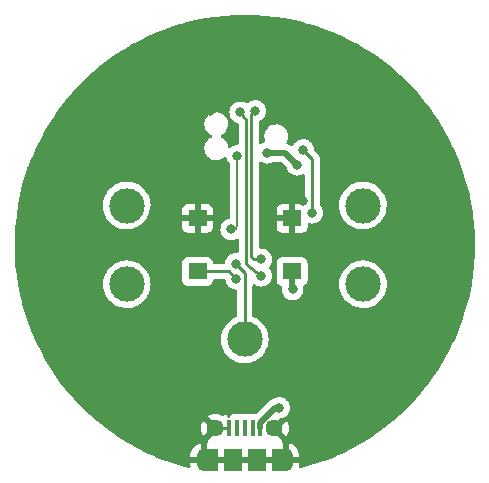
<source format=gbl>
G04 #@! TF.GenerationSoftware,KiCad,Pcbnew,6.0.2+dfsg-1*
G04 #@! TF.CreationDate,2022-08-27T16:00:58-04:00*
G04 #@! TF.ProjectId,ornament,6f726e61-6d65-46e7-942e-6b696361645f,rev?*
G04 #@! TF.SameCoordinates,Original*
G04 #@! TF.FileFunction,Copper,L2,Bot*
G04 #@! TF.FilePolarity,Positive*
%FSLAX46Y46*%
G04 Gerber Fmt 4.6, Leading zero omitted, Abs format (unit mm)*
G04 Created by KiCad (PCBNEW 6.0.2+dfsg-1) date 2022-08-27 16:00:58*
%MOMM*%
%LPD*%
G01*
G04 APERTURE LIST*
G04 #@! TA.AperFunction,ComponentPad*
%ADD10C,3.000000*%
G04 #@! TD*
G04 #@! TA.AperFunction,SMDPad,CuDef*
%ADD11R,0.400000X1.350000*%
G04 #@! TD*
G04 #@! TA.AperFunction,ComponentPad*
%ADD12O,1.200000X1.900000*%
G04 #@! TD*
G04 #@! TA.AperFunction,SMDPad,CuDef*
%ADD13R,1.500000X1.900000*%
G04 #@! TD*
G04 #@! TA.AperFunction,ComponentPad*
%ADD14C,1.450000*%
G04 #@! TD*
G04 #@! TA.AperFunction,SMDPad,CuDef*
%ADD15R,1.200000X1.900000*%
G04 #@! TD*
G04 #@! TA.AperFunction,SMDPad,CuDef*
%ADD16R,1.600000X1.400000*%
G04 #@! TD*
G04 #@! TA.AperFunction,ViaPad*
%ADD17C,0.800000*%
G04 #@! TD*
G04 #@! TA.AperFunction,Conductor*
%ADD18C,0.250000*%
G04 #@! TD*
G04 #@! TA.AperFunction,Conductor*
%ADD19C,0.500000*%
G04 #@! TD*
G04 #@! TA.AperFunction,Conductor*
%ADD20C,0.200000*%
G04 #@! TD*
G04 APERTURE END LIST*
D10*
X160000000Y-96670000D03*
X150000000Y-108000000D03*
X140000000Y-103330000D03*
X140000000Y-96670000D03*
X160000000Y-103330000D03*
D11*
X151300000Y-115537500D03*
X150650000Y-115537500D03*
X150000000Y-115537500D03*
X149350000Y-115537500D03*
X148700000Y-115537500D03*
D12*
X153500000Y-118237500D03*
X146500000Y-118237500D03*
D13*
X149000000Y-118237500D03*
D14*
X152500000Y-115537500D03*
D13*
X151000000Y-118237500D03*
D15*
X147100000Y-118237500D03*
D14*
X147500000Y-115537500D03*
D15*
X152900000Y-118237500D03*
D16*
X146000000Y-102250000D03*
X154000000Y-102250000D03*
X146000000Y-97750000D03*
X154000000Y-97750000D03*
D17*
X156718000Y-113284000D03*
X149098000Y-83820000D03*
X138176000Y-90424000D03*
X142240000Y-86360000D03*
X157226000Y-82804000D03*
X136652000Y-107442000D03*
X147066000Y-88646000D03*
X167386000Y-107188000D03*
X163322000Y-86614000D03*
X144018000Y-90678000D03*
X163322000Y-92964000D03*
X132588000Y-107188000D03*
X165608000Y-98044000D03*
X136652000Y-113284000D03*
X140462000Y-111760000D03*
X134874000Y-95758000D03*
X155956000Y-90678000D03*
X131064000Y-100076000D03*
X164338000Y-104394000D03*
X152908000Y-88646000D03*
X142748000Y-82550000D03*
X154940000Y-96266000D03*
X154686000Y-85852000D03*
X168910000Y-100076000D03*
X136652000Y-86614000D03*
X157226000Y-117348000D03*
X142748000Y-117348000D03*
X162306000Y-109474000D03*
X163322000Y-113284000D03*
X132588000Y-92710000D03*
X149860000Y-81280000D03*
X167386000Y-92710000D03*
X144780000Y-94234000D03*
X134874000Y-101346000D03*
X151892000Y-112522000D03*
X154432000Y-93218000D03*
X152908000Y-113792000D03*
X151892000Y-92202000D03*
X155702000Y-97282000D03*
X154940000Y-91948000D03*
X148844000Y-98679000D03*
X149352000Y-92456000D03*
X149606000Y-88773000D03*
X151384000Y-102616000D03*
X151384000Y-101219000D03*
X150876000Y-88646000D03*
X149225000Y-101600000D03*
X149275000Y-102870000D03*
X154051000Y-103759000D03*
D18*
X148700000Y-115537500D02*
X147500000Y-115537500D01*
D19*
X151300000Y-115062500D02*
X152570500Y-113792000D01*
X152570500Y-113792000D02*
X152908000Y-113792000D01*
X151892000Y-92202000D02*
X153416000Y-92202000D01*
X153416000Y-92202000D02*
X154432000Y-93218000D01*
X151300000Y-115537500D02*
X151300000Y-115062500D01*
D18*
X155702000Y-92710000D02*
X154940000Y-91948000D01*
X155702000Y-97282000D02*
X155702000Y-92710000D01*
D20*
X149352000Y-98298000D02*
X149225000Y-98679000D01*
X149352000Y-92456000D02*
X149352000Y-98298000D01*
X149225000Y-98679000D02*
X148844000Y-98679000D01*
D18*
X150114000Y-89408000D02*
X149606000Y-88773000D01*
X151384000Y-102616000D02*
X150114000Y-101657990D01*
X150114000Y-101657990D02*
X150114000Y-89408000D01*
X150563520Y-101033520D02*
X150563520Y-88958480D01*
X151384000Y-101219000D02*
X150749000Y-101219000D01*
X150563520Y-88958480D02*
X150876000Y-88646000D01*
X150749000Y-101219000D02*
X150563520Y-101033520D01*
X150000000Y-102375000D02*
X150000000Y-108000000D01*
X149225000Y-101600000D02*
X150000000Y-102375000D01*
D19*
X154000000Y-103708000D02*
X154051000Y-103759000D01*
D18*
X148655000Y-102250000D02*
X146000000Y-102250000D01*
X149275000Y-102870000D02*
X148655000Y-102250000D01*
D19*
X154000000Y-102250000D02*
X154000000Y-103708000D01*
G04 #@! TA.AperFunction,Conductor*
G36*
X150102243Y-80510231D02*
G01*
X150847491Y-80526492D01*
X150852972Y-80526732D01*
X151696099Y-80581993D01*
X151701567Y-80582472D01*
X152541495Y-80674459D01*
X152546895Y-80675169D01*
X153382051Y-80803712D01*
X153387452Y-80804665D01*
X154216162Y-80969505D01*
X154221491Y-80970687D01*
X154896829Y-81135941D01*
X155042236Y-81171522D01*
X155047545Y-81172945D01*
X155858715Y-81409379D01*
X155863958Y-81411032D01*
X156664063Y-81682630D01*
X156669199Y-81684500D01*
X157456717Y-81990749D01*
X157461776Y-81992845D01*
X157777715Y-82131861D01*
X158235156Y-82333141D01*
X158240138Y-82335464D01*
X158997923Y-82709162D01*
X159002800Y-82711700D01*
X159743604Y-83118119D01*
X159748364Y-83120868D01*
X160470692Y-83559187D01*
X160475329Y-83562141D01*
X161177883Y-84031572D01*
X161182352Y-84034701D01*
X161525237Y-84286115D01*
X161863771Y-84534339D01*
X161868132Y-84537686D01*
X162527054Y-85066527D01*
X162531266Y-85070060D01*
X163166538Y-85627178D01*
X163170591Y-85630892D01*
X163780939Y-86215174D01*
X163784826Y-86219061D01*
X164369108Y-86829409D01*
X164372822Y-86833462D01*
X164929940Y-87468734D01*
X164933473Y-87472946D01*
X165462314Y-88131868D01*
X165465661Y-88136229D01*
X165567005Y-88274444D01*
X165965299Y-88817648D01*
X165968428Y-88822117D01*
X166179675Y-89138271D01*
X166437859Y-89524671D01*
X166440813Y-89529308D01*
X166879132Y-90251636D01*
X166881881Y-90256396D01*
X167288300Y-90997200D01*
X167290838Y-91002077D01*
X167664536Y-91759862D01*
X167666859Y-91764844D01*
X167801977Y-92071922D01*
X167974506Y-92464022D01*
X168007151Y-92538214D01*
X168009251Y-92543283D01*
X168239306Y-93134866D01*
X168315495Y-93330786D01*
X168317370Y-93335937D01*
X168405404Y-93595279D01*
X168588968Y-94136042D01*
X168590621Y-94141285D01*
X168827055Y-94952455D01*
X168828478Y-94957764D01*
X169029313Y-95778509D01*
X169030495Y-95783838D01*
X169181635Y-96543672D01*
X169195335Y-96612545D01*
X169196288Y-96617949D01*
X169324831Y-97453105D01*
X169325541Y-97458505D01*
X169405708Y-98190500D01*
X169417528Y-98298429D01*
X169418007Y-98303901D01*
X169460855Y-98957631D01*
X169473268Y-99147023D01*
X169473508Y-99152509D01*
X169481896Y-99536945D01*
X169491940Y-99997251D01*
X169491940Y-100002749D01*
X169475987Y-100733891D01*
X169473508Y-100847485D01*
X169473268Y-100852972D01*
X169427851Y-101545901D01*
X169418007Y-101696095D01*
X169417528Y-101701567D01*
X169326750Y-102530465D01*
X169325544Y-102541473D01*
X169324831Y-102546895D01*
X169202907Y-103339050D01*
X169196290Y-103382042D01*
X169195335Y-103387452D01*
X169040864Y-104164036D01*
X169030498Y-104216148D01*
X169029313Y-104221491D01*
X168881368Y-104826094D01*
X168828478Y-105042236D01*
X168827055Y-105047545D01*
X168590621Y-105858715D01*
X168588968Y-105863958D01*
X168366920Y-106518094D01*
X168317375Y-106664048D01*
X168315500Y-106669199D01*
X168014772Y-107442520D01*
X168009255Y-107456707D01*
X168007151Y-107461786D01*
X167666859Y-108235156D01*
X167664536Y-108240138D01*
X167290838Y-108997923D01*
X167288300Y-109002800D01*
X166881881Y-109743604D01*
X166879132Y-109748364D01*
X166440813Y-110470692D01*
X166437859Y-110475329D01*
X165968428Y-111177883D01*
X165965299Y-111182352D01*
X165613576Y-111662041D01*
X165465661Y-111863771D01*
X165462314Y-111868132D01*
X164933473Y-112527054D01*
X164929940Y-112531266D01*
X164454218Y-113073724D01*
X164372822Y-113166538D01*
X164369108Y-113170591D01*
X163784826Y-113780939D01*
X163780939Y-113784826D01*
X163185988Y-114354369D01*
X163170591Y-114369108D01*
X163166542Y-114372818D01*
X163090161Y-114439803D01*
X162531266Y-114929940D01*
X162527054Y-114933473D01*
X161868132Y-115462314D01*
X161863771Y-115465661D01*
X161758328Y-115542975D01*
X161182352Y-115965299D01*
X161177883Y-115968428D01*
X160740566Y-116260634D01*
X160475329Y-116437859D01*
X160470692Y-116440813D01*
X159748364Y-116879132D01*
X159743604Y-116881881D01*
X159002800Y-117288300D01*
X158997923Y-117290838D01*
X158240138Y-117664536D01*
X158235156Y-117666859D01*
X157860546Y-117831692D01*
X157461776Y-118007155D01*
X157456717Y-118009251D01*
X156669199Y-118315500D01*
X156664063Y-118317370D01*
X156111179Y-118505048D01*
X155863958Y-118588968D01*
X155858715Y-118590621D01*
X155047545Y-118827055D01*
X155042236Y-118828478D01*
X154750151Y-118899951D01*
X154679228Y-118896714D01*
X154621314Y-118855646D01*
X154594797Y-118789788D01*
X154596538Y-118753411D01*
X154606858Y-118700569D01*
X154607934Y-118691709D01*
X154608000Y-118689000D01*
X154608000Y-118509615D01*
X154603525Y-118494376D01*
X154602135Y-118493171D01*
X154594452Y-118491500D01*
X145410115Y-118491500D01*
X145394876Y-118495975D01*
X145393671Y-118497365D01*
X145392000Y-118505048D01*
X145392000Y-118637332D01*
X145392285Y-118643306D01*
X145403922Y-118765274D01*
X145390481Y-118834987D01*
X145341484Y-118886366D01*
X145272487Y-118903099D01*
X145248544Y-118899631D01*
X144957765Y-118828478D01*
X144952455Y-118827055D01*
X144141285Y-118590621D01*
X144136042Y-118588968D01*
X143888821Y-118505048D01*
X143335937Y-118317370D01*
X143330801Y-118315500D01*
X142543283Y-118009251D01*
X142538224Y-118007155D01*
X142443294Y-117965385D01*
X145392000Y-117965385D01*
X145396475Y-117980624D01*
X145397865Y-117981829D01*
X145405548Y-117983500D01*
X146227885Y-117983500D01*
X146243124Y-117979025D01*
X146244329Y-117977635D01*
X146246000Y-117969952D01*
X146246000Y-117965385D01*
X146754000Y-117965385D01*
X146758475Y-117980624D01*
X146759865Y-117981829D01*
X146767548Y-117983500D01*
X153227885Y-117983500D01*
X153243124Y-117979025D01*
X153244329Y-117977635D01*
X153246000Y-117969952D01*
X153246000Y-117965385D01*
X153754000Y-117965385D01*
X153758475Y-117980624D01*
X153759865Y-117981829D01*
X153767548Y-117983500D01*
X154589885Y-117983500D01*
X154605124Y-117979025D01*
X154606329Y-117977635D01*
X154608000Y-117969952D01*
X154608000Y-117837668D01*
X154607715Y-117831692D01*
X154593529Y-117683006D01*
X154591270Y-117671272D01*
X154535128Y-117479901D01*
X154530698Y-117468825D01*
X154439381Y-117291522D01*
X154432931Y-117281476D01*
X154309738Y-117124643D01*
X154301501Y-117115994D01*
X154150877Y-116985288D01*
X154141153Y-116978353D01*
X153968533Y-116878490D01*
X153957669Y-116873516D01*
X153769273Y-116808093D01*
X153768284Y-116807852D01*
X153757992Y-116809320D01*
X153754000Y-116822885D01*
X153754000Y-117965385D01*
X153246000Y-117965385D01*
X153246000Y-116797615D01*
X153241525Y-116782376D01*
X153240135Y-116781171D01*
X153233413Y-116779709D01*
X153171100Y-116745684D01*
X153137075Y-116683372D01*
X153142139Y-116612557D01*
X153161773Y-116577917D01*
X153167573Y-116570661D01*
X153160505Y-116557215D01*
X152229885Y-115626595D01*
X152195859Y-115564283D01*
X152197694Y-115538632D01*
X152864408Y-115538632D01*
X152864539Y-115540465D01*
X152868790Y-115547080D01*
X153520436Y-116198726D01*
X153532211Y-116205156D01*
X153544226Y-116195860D01*
X153568731Y-116160863D01*
X153574214Y-116151368D01*
X153660744Y-115965804D01*
X153664490Y-115955512D01*
X153717482Y-115757741D01*
X153719385Y-115746946D01*
X153737231Y-115542975D01*
X153737231Y-115532025D01*
X153719385Y-115328054D01*
X153717482Y-115317259D01*
X153664490Y-115119488D01*
X153660744Y-115109196D01*
X153574214Y-114923632D01*
X153568731Y-114914137D01*
X153543640Y-114878303D01*
X153533161Y-114869927D01*
X153519715Y-114876995D01*
X152872022Y-115524688D01*
X152864408Y-115538632D01*
X152197694Y-115538632D01*
X152200924Y-115493468D01*
X152229885Y-115448405D01*
X152944461Y-114733829D01*
X153007359Y-114699677D01*
X153015542Y-114697938D01*
X153190288Y-114660794D01*
X153196319Y-114658109D01*
X153358722Y-114585803D01*
X153358724Y-114585802D01*
X153364752Y-114583118D01*
X153519253Y-114470866D01*
X153547222Y-114439803D01*
X153642621Y-114333852D01*
X153642622Y-114333851D01*
X153647040Y-114328944D01*
X153742527Y-114163556D01*
X153801542Y-113981928D01*
X153821504Y-113792000D01*
X153801542Y-113602072D01*
X153742527Y-113420444D01*
X153647040Y-113255056D01*
X153603000Y-113206144D01*
X153523675Y-113118045D01*
X153523674Y-113118044D01*
X153519253Y-113113134D01*
X153364752Y-113000882D01*
X153358724Y-112998198D01*
X153358722Y-112998197D01*
X153196319Y-112925891D01*
X153196318Y-112925891D01*
X153190288Y-112923206D01*
X153096887Y-112903353D01*
X153009944Y-112884872D01*
X153009939Y-112884872D01*
X153003487Y-112883500D01*
X152812513Y-112883500D01*
X152806061Y-112884872D01*
X152806056Y-112884872D01*
X152719113Y-112903353D01*
X152625712Y-112923206D01*
X152619682Y-112925891D01*
X152619681Y-112925891D01*
X152457278Y-112998197D01*
X152457276Y-112998198D01*
X152451248Y-113000882D01*
X152445907Y-113004762D01*
X152445906Y-113004763D01*
X152390108Y-113045303D01*
X152359041Y-113061805D01*
X152326174Y-113073735D01*
X152322045Y-113075152D01*
X152259564Y-113095393D01*
X152259562Y-113095394D01*
X152252601Y-113097649D01*
X152246346Y-113101445D01*
X152240872Y-113103951D01*
X152235442Y-113106670D01*
X152228563Y-113109167D01*
X152167516Y-113149191D01*
X152163827Y-113151518D01*
X152143635Y-113163771D01*
X152106193Y-113186491D01*
X152106188Y-113186495D01*
X152101392Y-113189405D01*
X152093016Y-113196803D01*
X152092993Y-113196777D01*
X152090003Y-113199426D01*
X152086764Y-113202134D01*
X152080648Y-113206144D01*
X152075621Y-113211451D01*
X152075617Y-113211454D01*
X152027372Y-113262383D01*
X152024994Y-113264825D01*
X150972724Y-114317095D01*
X150910412Y-114351121D01*
X150883629Y-114354000D01*
X150401866Y-114354000D01*
X150398469Y-114354369D01*
X150367871Y-114357693D01*
X150339684Y-114360755D01*
X150339420Y-114358326D01*
X150310580Y-114358326D01*
X150310316Y-114360755D01*
X150251531Y-114354369D01*
X150248134Y-114354000D01*
X149751866Y-114354000D01*
X149748469Y-114354369D01*
X149717871Y-114357693D01*
X149689684Y-114360755D01*
X149689420Y-114358326D01*
X149660580Y-114358326D01*
X149660316Y-114360755D01*
X149601531Y-114354369D01*
X149598134Y-114354000D01*
X149101866Y-114354000D01*
X149098469Y-114354369D01*
X149067871Y-114357693D01*
X149039684Y-114360755D01*
X149039452Y-114358616D01*
X149010488Y-114358666D01*
X149010207Y-114361248D01*
X148951486Y-114354869D01*
X148944672Y-114354500D01*
X148918115Y-114354500D01*
X148902876Y-114358975D01*
X148901671Y-114360365D01*
X148897946Y-114377491D01*
X148863922Y-114439803D01*
X148850390Y-114451535D01*
X148827395Y-114468769D01*
X148786739Y-114499239D01*
X148781358Y-114506419D01*
X148726826Y-114579181D01*
X148669967Y-114621696D01*
X148599149Y-114626722D01*
X148536855Y-114592662D01*
X148502865Y-114530331D01*
X148500000Y-114503616D01*
X148500000Y-114372616D01*
X148495525Y-114357377D01*
X148494135Y-114356172D01*
X148486452Y-114354501D01*
X148455331Y-114354501D01*
X148448510Y-114354871D01*
X148397648Y-114360395D01*
X148382396Y-114364021D01*
X148261946Y-114409176D01*
X148246352Y-114417714D01*
X148218455Y-114438621D01*
X148151948Y-114463468D01*
X148089641Y-114451989D01*
X147928304Y-114376756D01*
X147918012Y-114373010D01*
X147720241Y-114320018D01*
X147709446Y-114318115D01*
X147505475Y-114300269D01*
X147494525Y-114300269D01*
X147290554Y-114318115D01*
X147279759Y-114320018D01*
X147081988Y-114373010D01*
X147071696Y-114376756D01*
X146886132Y-114463286D01*
X146876637Y-114468769D01*
X146840803Y-114493860D01*
X146832427Y-114504339D01*
X146839495Y-114517785D01*
X147770115Y-115448405D01*
X147804141Y-115510717D01*
X147799076Y-115581532D01*
X147770115Y-115626595D01*
X146838774Y-116557936D01*
X146832344Y-116569710D01*
X146840507Y-116580261D01*
X146866370Y-116646379D01*
X146852382Y-116715984D01*
X146802983Y-116766977D01*
X146776348Y-116778258D01*
X146756876Y-116783975D01*
X146755671Y-116785366D01*
X146754000Y-116793049D01*
X146754000Y-117965385D01*
X146246000Y-117965385D01*
X146246000Y-116827098D01*
X146242027Y-116813567D01*
X146232601Y-116812212D01*
X146143463Y-116833694D01*
X146132168Y-116837583D01*
X145950618Y-116920129D01*
X145940276Y-116926076D01*
X145777603Y-117041468D01*
X145768575Y-117049261D01*
X145630658Y-117193331D01*
X145623262Y-117202696D01*
X145515079Y-117370241D01*
X145509583Y-117380845D01*
X145435039Y-117565812D01*
X145431645Y-117577270D01*
X145393143Y-117774428D01*
X145392066Y-117783291D01*
X145392000Y-117786000D01*
X145392000Y-117965385D01*
X142443294Y-117965385D01*
X142139454Y-117831692D01*
X141764844Y-117666859D01*
X141759862Y-117664536D01*
X141002077Y-117290838D01*
X140997200Y-117288300D01*
X140256396Y-116881881D01*
X140251636Y-116879132D01*
X139529308Y-116440813D01*
X139524671Y-116437859D01*
X139259434Y-116260634D01*
X138822117Y-115968428D01*
X138817648Y-115965299D01*
X138241672Y-115542975D01*
X146262769Y-115542975D01*
X146280615Y-115746946D01*
X146282518Y-115757741D01*
X146335510Y-115955512D01*
X146339256Y-115965804D01*
X146425786Y-116151368D01*
X146431269Y-116160863D01*
X146456360Y-116196697D01*
X146466839Y-116205073D01*
X146480285Y-116198005D01*
X147127978Y-115550312D01*
X147135592Y-115536368D01*
X147135461Y-115534535D01*
X147131210Y-115527920D01*
X146479564Y-114876274D01*
X146467789Y-114869844D01*
X146455774Y-114879140D01*
X146431269Y-114914137D01*
X146425786Y-114923632D01*
X146339256Y-115109196D01*
X146335510Y-115119488D01*
X146282518Y-115317259D01*
X146280615Y-115328054D01*
X146262769Y-115532025D01*
X146262769Y-115542975D01*
X138241672Y-115542975D01*
X138136229Y-115465661D01*
X138131868Y-115462314D01*
X137472946Y-114933473D01*
X137468734Y-114929940D01*
X136909839Y-114439803D01*
X136833458Y-114372818D01*
X136829409Y-114369108D01*
X136814013Y-114354369D01*
X136219061Y-113784826D01*
X136215174Y-113780939D01*
X135630892Y-113170591D01*
X135627178Y-113166538D01*
X135545783Y-113073724D01*
X135070060Y-112531266D01*
X135066527Y-112527054D01*
X134537686Y-111868132D01*
X134534339Y-111863771D01*
X134386424Y-111662041D01*
X134034701Y-111182352D01*
X134031572Y-111177883D01*
X133562141Y-110475329D01*
X133559187Y-110470692D01*
X133120868Y-109748364D01*
X133118119Y-109743604D01*
X132711700Y-109002800D01*
X132709162Y-108997923D01*
X132335464Y-108240138D01*
X132333141Y-108235156D01*
X131992849Y-107461786D01*
X131990745Y-107456707D01*
X131985228Y-107442520D01*
X131684500Y-106669199D01*
X131682625Y-106664048D01*
X131633081Y-106518094D01*
X131411032Y-105863958D01*
X131409379Y-105858715D01*
X131172945Y-105047545D01*
X131171522Y-105042236D01*
X131118632Y-104826094D01*
X130970687Y-104221491D01*
X130969502Y-104216148D01*
X130959137Y-104164036D01*
X130804665Y-103387452D01*
X130803710Y-103382042D01*
X130797093Y-103339050D01*
X130792455Y-103308918D01*
X137986917Y-103308918D01*
X138002682Y-103582320D01*
X138003507Y-103586525D01*
X138003508Y-103586533D01*
X138014127Y-103640657D01*
X138055405Y-103851053D01*
X138056792Y-103855103D01*
X138056793Y-103855108D01*
X138142723Y-104106088D01*
X138144112Y-104110144D01*
X138267160Y-104354799D01*
X138269586Y-104358328D01*
X138269589Y-104358334D01*
X138326919Y-104441749D01*
X138422274Y-104580490D01*
X138425161Y-104583663D01*
X138425162Y-104583664D01*
X138603692Y-104779867D01*
X138606582Y-104783043D01*
X138816675Y-104958707D01*
X138820316Y-104960991D01*
X139045024Y-105101951D01*
X139045028Y-105101953D01*
X139048664Y-105104234D01*
X139116544Y-105134883D01*
X139294345Y-105215164D01*
X139294349Y-105215166D01*
X139298257Y-105216930D01*
X139302377Y-105218150D01*
X139302376Y-105218150D01*
X139556723Y-105293491D01*
X139556727Y-105293492D01*
X139560836Y-105294709D01*
X139565070Y-105295357D01*
X139565075Y-105295358D01*
X139827298Y-105335483D01*
X139827300Y-105335483D01*
X139831540Y-105336132D01*
X139970912Y-105338322D01*
X140101071Y-105340367D01*
X140101077Y-105340367D01*
X140105362Y-105340434D01*
X140377235Y-105307534D01*
X140642127Y-105238041D01*
X140646087Y-105236401D01*
X140646092Y-105236399D01*
X140768631Y-105185641D01*
X140895136Y-105133241D01*
X141131582Y-104995073D01*
X141347089Y-104826094D01*
X141388809Y-104783043D01*
X141471059Y-104698167D01*
X141537669Y-104629431D01*
X141540202Y-104625983D01*
X141540206Y-104625978D01*
X141697257Y-104412178D01*
X141699795Y-104408723D01*
X141727154Y-104358334D01*
X141828418Y-104171830D01*
X141828419Y-104171828D01*
X141830468Y-104168054D01*
X141878869Y-104039965D01*
X141925751Y-103915895D01*
X141925752Y-103915891D01*
X141927269Y-103911877D01*
X141957816Y-103778500D01*
X141987449Y-103649117D01*
X141987450Y-103649113D01*
X141988407Y-103644933D01*
X141995178Y-103569072D01*
X142012531Y-103374627D01*
X142012531Y-103374625D01*
X142012751Y-103372161D01*
X142013193Y-103330000D01*
X142011756Y-103308918D01*
X141994859Y-103061055D01*
X141994858Y-103061049D01*
X141994567Y-103056778D01*
X141982422Y-102998134D01*
X144691500Y-102998134D01*
X144698255Y-103060316D01*
X144749385Y-103196705D01*
X144836739Y-103313261D01*
X144953295Y-103400615D01*
X145089684Y-103451745D01*
X145151866Y-103458500D01*
X146848134Y-103458500D01*
X146910316Y-103451745D01*
X147046705Y-103400615D01*
X147163261Y-103313261D01*
X147250615Y-103196705D01*
X147301745Y-103060316D01*
X147308500Y-102998134D01*
X147309639Y-102998258D01*
X147331711Y-102935766D01*
X147387794Y-102892232D01*
X147433884Y-102883500D01*
X148249464Y-102883500D01*
X148317585Y-102903502D01*
X148364078Y-102957158D01*
X148374774Y-102996328D01*
X148381458Y-103059928D01*
X148440473Y-103241556D01*
X148535960Y-103406944D01*
X148540378Y-103411851D01*
X148540379Y-103411852D01*
X148571506Y-103446422D01*
X148663747Y-103548866D01*
X148818248Y-103661118D01*
X148824276Y-103663802D01*
X148824278Y-103663803D01*
X148986681Y-103736109D01*
X148992712Y-103738794D01*
X149056888Y-103752435D01*
X149173056Y-103777128D01*
X149173061Y-103777128D01*
X149179513Y-103778500D01*
X149240500Y-103778500D01*
X149308621Y-103798502D01*
X149355114Y-103852158D01*
X149366500Y-103904500D01*
X149366500Y-106003362D01*
X149346498Y-106071483D01*
X149289935Y-106119259D01*
X149089982Y-106204546D01*
X149089978Y-106204548D01*
X149086030Y-106206232D01*
X149066125Y-106218145D01*
X148854725Y-106344664D01*
X148854721Y-106344667D01*
X148851043Y-106346868D01*
X148637318Y-106518094D01*
X148448808Y-106716742D01*
X148289002Y-106939136D01*
X148160857Y-107181161D01*
X148159385Y-107185184D01*
X148159383Y-107185188D01*
X148152314Y-107204506D01*
X148066743Y-107438337D01*
X148008404Y-107705907D01*
X147986917Y-107978918D01*
X148002682Y-108252320D01*
X148003507Y-108256525D01*
X148003508Y-108256533D01*
X148014127Y-108310657D01*
X148055405Y-108521053D01*
X148056792Y-108525103D01*
X148056793Y-108525108D01*
X148077605Y-108585895D01*
X148144112Y-108780144D01*
X148146039Y-108783975D01*
X148254891Y-109000404D01*
X148267160Y-109024799D01*
X148269586Y-109028328D01*
X148269589Y-109028334D01*
X148419843Y-109246953D01*
X148422274Y-109250490D01*
X148606582Y-109453043D01*
X148816675Y-109628707D01*
X148820316Y-109630991D01*
X149045024Y-109771951D01*
X149045028Y-109771953D01*
X149048664Y-109774234D01*
X149116544Y-109804883D01*
X149294345Y-109885164D01*
X149294349Y-109885166D01*
X149298257Y-109886930D01*
X149302377Y-109888150D01*
X149302376Y-109888150D01*
X149556723Y-109963491D01*
X149556727Y-109963492D01*
X149560836Y-109964709D01*
X149565070Y-109965357D01*
X149565075Y-109965358D01*
X149827298Y-110005483D01*
X149827300Y-110005483D01*
X149831540Y-110006132D01*
X149970912Y-110008322D01*
X150101071Y-110010367D01*
X150101077Y-110010367D01*
X150105362Y-110010434D01*
X150377235Y-109977534D01*
X150642127Y-109908041D01*
X150646087Y-109906401D01*
X150646092Y-109906399D01*
X150768631Y-109855641D01*
X150895136Y-109803241D01*
X151131582Y-109665073D01*
X151347089Y-109496094D01*
X151370575Y-109471859D01*
X151534686Y-109302509D01*
X151537669Y-109299431D01*
X151540202Y-109295983D01*
X151540206Y-109295978D01*
X151697257Y-109082178D01*
X151699795Y-109078723D01*
X151727154Y-109028334D01*
X151828418Y-108841830D01*
X151828419Y-108841828D01*
X151830468Y-108838054D01*
X151927269Y-108581877D01*
X151988407Y-108314933D01*
X151995083Y-108240138D01*
X152012531Y-108044627D01*
X152012531Y-108044625D01*
X152012751Y-108042161D01*
X152013193Y-108000000D01*
X151994567Y-107726778D01*
X151939032Y-107458612D01*
X151847617Y-107200465D01*
X151722013Y-106957112D01*
X151712040Y-106942921D01*
X151567008Y-106736562D01*
X151564545Y-106733057D01*
X151378125Y-106532445D01*
X151374810Y-106529731D01*
X151374806Y-106529728D01*
X151169523Y-106361706D01*
X151166205Y-106358990D01*
X150932704Y-106215901D01*
X150928768Y-106214173D01*
X150708854Y-106117637D01*
X150654519Y-106071941D01*
X150633500Y-106002264D01*
X150633500Y-103440986D01*
X150653502Y-103372865D01*
X150707158Y-103326372D01*
X150777432Y-103316268D01*
X150833561Y-103339050D01*
X150927248Y-103407118D01*
X150933276Y-103409802D01*
X150933278Y-103409803D01*
X151042654Y-103458500D01*
X151101712Y-103484794D01*
X151195113Y-103504647D01*
X151282056Y-103523128D01*
X151282061Y-103523128D01*
X151288513Y-103524500D01*
X151479487Y-103524500D01*
X151485939Y-103523128D01*
X151485944Y-103523128D01*
X151572888Y-103504647D01*
X151666288Y-103484794D01*
X151725346Y-103458500D01*
X151834722Y-103409803D01*
X151834724Y-103409802D01*
X151840752Y-103407118D01*
X151995253Y-103294866D01*
X151999675Y-103289955D01*
X152118621Y-103157852D01*
X152118622Y-103157851D01*
X152123040Y-103152944D01*
X152188146Y-103040177D01*
X152212420Y-102998134D01*
X152691500Y-102998134D01*
X152698255Y-103060316D01*
X152749385Y-103196705D01*
X152836739Y-103313261D01*
X152953295Y-103400615D01*
X152961703Y-103403767D01*
X153075484Y-103446422D01*
X153132248Y-103489064D01*
X153156948Y-103555625D01*
X153156564Y-103577574D01*
X153138186Y-103752435D01*
X153137496Y-103759000D01*
X153138186Y-103765565D01*
X153153124Y-103907689D01*
X153157458Y-103948928D01*
X153216473Y-104130556D01*
X153219776Y-104136278D01*
X153219777Y-104136279D01*
X153240303Y-104171830D01*
X153311960Y-104295944D01*
X153316378Y-104300851D01*
X153316379Y-104300852D01*
X153416617Y-104412178D01*
X153439747Y-104437866D01*
X153594248Y-104550118D01*
X153600276Y-104552802D01*
X153600278Y-104552803D01*
X153762681Y-104625109D01*
X153768712Y-104627794D01*
X153862113Y-104647647D01*
X153949056Y-104666128D01*
X153949061Y-104666128D01*
X153955513Y-104667500D01*
X154146487Y-104667500D01*
X154152939Y-104666128D01*
X154152944Y-104666128D01*
X154239887Y-104647647D01*
X154333288Y-104627794D01*
X154339319Y-104625109D01*
X154501722Y-104552803D01*
X154501724Y-104552802D01*
X154507752Y-104550118D01*
X154662253Y-104437866D01*
X154685383Y-104412178D01*
X154785621Y-104300852D01*
X154785622Y-104300851D01*
X154790040Y-104295944D01*
X154861697Y-104171830D01*
X154882223Y-104136279D01*
X154882224Y-104136278D01*
X154885527Y-104130556D01*
X154944542Y-103948928D01*
X154948877Y-103907689D01*
X154963814Y-103765565D01*
X154964504Y-103759000D01*
X154963814Y-103752435D01*
X154945232Y-103575635D01*
X154945232Y-103575633D01*
X154944542Y-103569072D01*
X154942502Y-103562795D01*
X154941129Y-103556334D01*
X154943742Y-103555779D01*
X154942059Y-103496684D01*
X154978727Y-103435889D01*
X155019686Y-103410745D01*
X155038293Y-103403769D01*
X155038296Y-103403767D01*
X155046705Y-103400615D01*
X155163261Y-103313261D01*
X155166516Y-103308918D01*
X157986917Y-103308918D01*
X158002682Y-103582320D01*
X158003507Y-103586525D01*
X158003508Y-103586533D01*
X158014127Y-103640657D01*
X158055405Y-103851053D01*
X158056792Y-103855103D01*
X158056793Y-103855108D01*
X158142723Y-104106088D01*
X158144112Y-104110144D01*
X158267160Y-104354799D01*
X158269586Y-104358328D01*
X158269589Y-104358334D01*
X158326919Y-104441749D01*
X158422274Y-104580490D01*
X158425161Y-104583663D01*
X158425162Y-104583664D01*
X158603692Y-104779867D01*
X158606582Y-104783043D01*
X158816675Y-104958707D01*
X158820316Y-104960991D01*
X159045024Y-105101951D01*
X159045028Y-105101953D01*
X159048664Y-105104234D01*
X159116544Y-105134883D01*
X159294345Y-105215164D01*
X159294349Y-105215166D01*
X159298257Y-105216930D01*
X159302377Y-105218150D01*
X159302376Y-105218150D01*
X159556723Y-105293491D01*
X159556727Y-105293492D01*
X159560836Y-105294709D01*
X159565070Y-105295357D01*
X159565075Y-105295358D01*
X159827298Y-105335483D01*
X159827300Y-105335483D01*
X159831540Y-105336132D01*
X159970912Y-105338322D01*
X160101071Y-105340367D01*
X160101077Y-105340367D01*
X160105362Y-105340434D01*
X160377235Y-105307534D01*
X160642127Y-105238041D01*
X160646087Y-105236401D01*
X160646092Y-105236399D01*
X160768631Y-105185641D01*
X160895136Y-105133241D01*
X161131582Y-104995073D01*
X161347089Y-104826094D01*
X161388809Y-104783043D01*
X161471059Y-104698167D01*
X161537669Y-104629431D01*
X161540202Y-104625983D01*
X161540206Y-104625978D01*
X161697257Y-104412178D01*
X161699795Y-104408723D01*
X161727154Y-104358334D01*
X161828418Y-104171830D01*
X161828419Y-104171828D01*
X161830468Y-104168054D01*
X161878869Y-104039965D01*
X161925751Y-103915895D01*
X161925752Y-103915891D01*
X161927269Y-103911877D01*
X161957816Y-103778500D01*
X161987449Y-103649117D01*
X161987450Y-103649113D01*
X161988407Y-103644933D01*
X161995178Y-103569072D01*
X162012531Y-103374627D01*
X162012531Y-103374625D01*
X162012751Y-103372161D01*
X162013193Y-103330000D01*
X162011756Y-103308918D01*
X161994859Y-103061055D01*
X161994858Y-103061049D01*
X161994567Y-103056778D01*
X161939032Y-102788612D01*
X161847617Y-102530465D01*
X161722013Y-102287112D01*
X161712040Y-102272921D01*
X161567008Y-102066562D01*
X161564545Y-102063057D01*
X161378125Y-101862445D01*
X161374810Y-101859731D01*
X161374806Y-101859728D01*
X161178239Y-101698840D01*
X161166205Y-101688990D01*
X160932704Y-101545901D01*
X160928768Y-101544173D01*
X160685873Y-101437549D01*
X160685869Y-101437548D01*
X160681945Y-101435825D01*
X160418566Y-101360800D01*
X160414324Y-101360196D01*
X160414318Y-101360195D01*
X160213834Y-101331662D01*
X160147443Y-101322213D01*
X160003589Y-101321460D01*
X159877877Y-101320802D01*
X159877871Y-101320802D01*
X159873591Y-101320780D01*
X159869347Y-101321339D01*
X159869343Y-101321339D01*
X159750302Y-101337011D01*
X159602078Y-101356525D01*
X159597938Y-101357658D01*
X159597936Y-101357658D01*
X159525008Y-101377609D01*
X159337928Y-101428788D01*
X159333980Y-101430472D01*
X159089982Y-101534546D01*
X159089978Y-101534548D01*
X159086030Y-101536232D01*
X159066125Y-101548145D01*
X158854725Y-101674664D01*
X158854721Y-101674667D01*
X158851043Y-101676868D01*
X158637318Y-101848094D01*
X158448808Y-102046742D01*
X158289002Y-102269136D01*
X158160857Y-102511161D01*
X158159385Y-102515184D01*
X158159383Y-102515188D01*
X158099990Y-102677486D01*
X158066743Y-102768337D01*
X158008404Y-103035907D01*
X157986917Y-103308918D01*
X155166516Y-103308918D01*
X155250615Y-103196705D01*
X155301745Y-103060316D01*
X155308500Y-102998134D01*
X155308500Y-101501866D01*
X155301745Y-101439684D01*
X155250615Y-101303295D01*
X155163261Y-101186739D01*
X155046705Y-101099385D01*
X154910316Y-101048255D01*
X154848134Y-101041500D01*
X153151866Y-101041500D01*
X153089684Y-101048255D01*
X152953295Y-101099385D01*
X152836739Y-101186739D01*
X152749385Y-101303295D01*
X152698255Y-101439684D01*
X152691500Y-101501866D01*
X152691500Y-102998134D01*
X152212420Y-102998134D01*
X152215223Y-102993279D01*
X152215224Y-102993278D01*
X152218527Y-102987556D01*
X152277542Y-102805928D01*
X152279787Y-102784574D01*
X152296814Y-102622565D01*
X152297504Y-102616000D01*
X152277542Y-102426072D01*
X152218527Y-102244444D01*
X152123040Y-102079056D01*
X152053485Y-102001808D01*
X152022770Y-101937803D01*
X152031533Y-101867350D01*
X152053484Y-101833194D01*
X152123040Y-101755944D01*
X152207326Y-101609957D01*
X152215223Y-101596279D01*
X152215224Y-101596278D01*
X152218527Y-101590556D01*
X152277542Y-101408928D01*
X152282601Y-101360800D01*
X152296814Y-101225565D01*
X152297504Y-101219000D01*
X152277542Y-101029072D01*
X152218527Y-100847444D01*
X152123040Y-100682056D01*
X152083404Y-100638035D01*
X151999675Y-100545045D01*
X151999674Y-100545044D01*
X151995253Y-100540134D01*
X151840752Y-100427882D01*
X151834724Y-100425198D01*
X151834722Y-100425197D01*
X151672319Y-100352891D01*
X151672318Y-100352891D01*
X151666288Y-100350206D01*
X151570982Y-100329948D01*
X151485944Y-100311872D01*
X151485939Y-100311872D01*
X151479487Y-100310500D01*
X151323020Y-100310500D01*
X151254899Y-100290498D01*
X151208406Y-100236842D01*
X151197020Y-100184500D01*
X151197020Y-98494669D01*
X152692001Y-98494669D01*
X152692371Y-98501490D01*
X152697895Y-98552352D01*
X152701521Y-98567604D01*
X152746676Y-98688054D01*
X152755214Y-98703649D01*
X152831715Y-98805724D01*
X152844276Y-98818285D01*
X152946351Y-98894786D01*
X152961946Y-98903324D01*
X153082394Y-98948478D01*
X153097649Y-98952105D01*
X153148514Y-98957631D01*
X153155328Y-98958000D01*
X153727885Y-98958000D01*
X153743124Y-98953525D01*
X153744329Y-98952135D01*
X153746000Y-98944452D01*
X153746000Y-98022115D01*
X153741525Y-98006876D01*
X153740135Y-98005671D01*
X153732452Y-98004000D01*
X152710116Y-98004000D01*
X152694877Y-98008475D01*
X152693672Y-98009865D01*
X152692001Y-98017548D01*
X152692001Y-98494669D01*
X151197020Y-98494669D01*
X151197020Y-97477885D01*
X152692000Y-97477885D01*
X152696475Y-97493124D01*
X152697865Y-97494329D01*
X152705548Y-97496000D01*
X153727885Y-97496000D01*
X153743124Y-97491525D01*
X153744329Y-97490135D01*
X153746000Y-97482452D01*
X153746000Y-96560116D01*
X153741525Y-96544877D01*
X153740135Y-96543672D01*
X153732452Y-96542001D01*
X153155331Y-96542001D01*
X153148510Y-96542371D01*
X153097648Y-96547895D01*
X153082396Y-96551521D01*
X152961946Y-96596676D01*
X152946351Y-96605214D01*
X152844276Y-96681715D01*
X152831715Y-96694276D01*
X152755214Y-96796351D01*
X152746676Y-96811946D01*
X152701522Y-96932394D01*
X152697895Y-96947649D01*
X152692369Y-96998514D01*
X152692000Y-97005328D01*
X152692000Y-97477885D01*
X151197020Y-97477885D01*
X151197020Y-93067324D01*
X151217022Y-92999203D01*
X151270678Y-92952710D01*
X151340952Y-92942606D01*
X151397081Y-92965388D01*
X151429904Y-92989235D01*
X151435248Y-92993118D01*
X151441276Y-92995802D01*
X151441278Y-92995803D01*
X151448915Y-92999203D01*
X151609712Y-93070794D01*
X151703113Y-93090647D01*
X151790056Y-93109128D01*
X151790061Y-93109128D01*
X151796513Y-93110500D01*
X151987487Y-93110500D01*
X151993939Y-93109128D01*
X151993944Y-93109128D01*
X152080888Y-93090647D01*
X152174288Y-93070794D01*
X152335085Y-92999203D01*
X152342722Y-92995803D01*
X152342724Y-92995802D01*
X152348752Y-92993118D01*
X152354091Y-92989239D01*
X152354098Y-92989235D01*
X152360528Y-92984563D01*
X152434587Y-92960500D01*
X153049629Y-92960500D01*
X153117750Y-92980502D01*
X153138724Y-92997405D01*
X153511875Y-93370556D01*
X153542613Y-93420714D01*
X153597473Y-93589556D01*
X153692960Y-93754944D01*
X153820747Y-93896866D01*
X153975248Y-94009118D01*
X153981276Y-94011802D01*
X153981278Y-94011803D01*
X154143681Y-94084109D01*
X154149712Y-94086794D01*
X154243113Y-94106647D01*
X154330056Y-94125128D01*
X154330061Y-94125128D01*
X154336513Y-94126500D01*
X154527487Y-94126500D01*
X154533939Y-94125128D01*
X154533944Y-94125128D01*
X154620887Y-94106647D01*
X154714288Y-94086794D01*
X154738656Y-94075945D01*
X154888752Y-94009118D01*
X154889677Y-94011196D01*
X154948488Y-93996924D01*
X155015581Y-94020141D01*
X155059472Y-94075945D01*
X155068500Y-94122782D01*
X155068500Y-96427928D01*
X155048498Y-96496049D01*
X154994842Y-96542542D01*
X154924568Y-96552646D01*
X154913352Y-96550510D01*
X154902355Y-96547895D01*
X154851486Y-96542369D01*
X154844672Y-96542000D01*
X154272115Y-96542000D01*
X154256876Y-96546475D01*
X154255671Y-96547865D01*
X154254000Y-96555548D01*
X154254000Y-98939884D01*
X154258475Y-98955123D01*
X154259865Y-98956328D01*
X154267548Y-98957999D01*
X154844669Y-98957999D01*
X154851490Y-98957629D01*
X154902352Y-98952105D01*
X154917604Y-98948479D01*
X155038054Y-98903324D01*
X155053649Y-98894786D01*
X155155724Y-98818285D01*
X155168285Y-98805724D01*
X155244786Y-98703649D01*
X155253324Y-98688054D01*
X155298478Y-98567606D01*
X155302105Y-98552351D01*
X155307631Y-98501486D01*
X155308000Y-98494672D01*
X155308000Y-98282646D01*
X155328002Y-98214525D01*
X155381658Y-98168032D01*
X155451932Y-98157928D01*
X155460197Y-98159400D01*
X155600047Y-98189127D01*
X155600060Y-98189128D01*
X155606513Y-98190500D01*
X155797487Y-98190500D01*
X155803939Y-98189128D01*
X155803944Y-98189128D01*
X155890887Y-98170647D01*
X155984288Y-98150794D01*
X156040428Y-98125799D01*
X156152722Y-98075803D01*
X156152724Y-98075802D01*
X156158752Y-98073118D01*
X156313253Y-97960866D01*
X156349608Y-97920490D01*
X156436621Y-97823852D01*
X156436622Y-97823851D01*
X156441040Y-97818944D01*
X156536527Y-97653556D01*
X156595542Y-97471928D01*
X156596951Y-97458527D01*
X156614814Y-97288565D01*
X156615504Y-97282000D01*
X156595542Y-97092072D01*
X156536527Y-96910444D01*
X156441040Y-96745056D01*
X156367863Y-96663785D01*
X156360728Y-96648918D01*
X157986917Y-96648918D01*
X158002682Y-96922320D01*
X158003507Y-96926525D01*
X158003508Y-96926533D01*
X158018967Y-97005328D01*
X158055405Y-97191053D01*
X158056792Y-97195103D01*
X158056793Y-97195108D01*
X158086543Y-97282000D01*
X158144112Y-97450144D01*
X158165729Y-97493124D01*
X158254453Y-97669533D01*
X158267160Y-97694799D01*
X158269586Y-97698328D01*
X158269589Y-97698334D01*
X158334501Y-97792780D01*
X158422274Y-97920490D01*
X158425161Y-97923663D01*
X158425162Y-97923664D01*
X158510589Y-98017548D01*
X158606582Y-98123043D01*
X158609877Y-98125798D01*
X158609878Y-98125799D01*
X158661241Y-98168745D01*
X158816675Y-98298707D01*
X158820316Y-98300991D01*
X159045024Y-98441951D01*
X159045028Y-98441953D01*
X159048664Y-98444234D01*
X159116544Y-98474883D01*
X159294345Y-98555164D01*
X159294349Y-98555166D01*
X159298257Y-98556930D01*
X159302377Y-98558150D01*
X159302376Y-98558150D01*
X159556723Y-98633491D01*
X159556727Y-98633492D01*
X159560836Y-98634709D01*
X159565070Y-98635357D01*
X159565075Y-98635358D01*
X159827298Y-98675483D01*
X159827300Y-98675483D01*
X159831540Y-98676132D01*
X159970912Y-98678322D01*
X160101071Y-98680367D01*
X160101077Y-98680367D01*
X160105362Y-98680434D01*
X160377235Y-98647534D01*
X160642127Y-98578041D01*
X160646087Y-98576401D01*
X160646092Y-98576399D01*
X160826937Y-98501490D01*
X160895136Y-98473241D01*
X161131582Y-98335073D01*
X161347089Y-98166094D01*
X161355003Y-98157928D01*
X161502550Y-98005671D01*
X161537669Y-97969431D01*
X161540202Y-97965983D01*
X161540206Y-97965978D01*
X161697257Y-97752178D01*
X161699795Y-97748723D01*
X161727154Y-97698334D01*
X161828418Y-97511830D01*
X161828419Y-97511828D01*
X161830468Y-97508054D01*
X161913406Y-97288565D01*
X161925751Y-97255895D01*
X161925752Y-97255891D01*
X161927269Y-97251877D01*
X161985297Y-96998514D01*
X161987449Y-96989117D01*
X161987450Y-96989113D01*
X161988407Y-96984933D01*
X161991735Y-96947649D01*
X162012531Y-96714627D01*
X162012531Y-96714625D01*
X162012751Y-96712161D01*
X162012939Y-96694276D01*
X162013167Y-96672484D01*
X162013167Y-96672483D01*
X162013193Y-96670000D01*
X162013024Y-96667519D01*
X161994859Y-96401055D01*
X161994858Y-96401049D01*
X161994567Y-96396778D01*
X161939032Y-96128612D01*
X161847617Y-95870465D01*
X161722013Y-95627112D01*
X161712040Y-95612921D01*
X161567008Y-95406562D01*
X161564545Y-95403057D01*
X161378125Y-95202445D01*
X161374810Y-95199731D01*
X161374806Y-95199728D01*
X161169523Y-95031706D01*
X161166205Y-95028990D01*
X160932704Y-94885901D01*
X160928768Y-94884173D01*
X160685873Y-94777549D01*
X160685869Y-94777548D01*
X160681945Y-94775825D01*
X160418566Y-94700800D01*
X160414324Y-94700196D01*
X160414318Y-94700195D01*
X160213834Y-94671662D01*
X160147443Y-94662213D01*
X160003589Y-94661460D01*
X159877877Y-94660802D01*
X159877871Y-94660802D01*
X159873591Y-94660780D01*
X159869347Y-94661339D01*
X159869343Y-94661339D01*
X159750302Y-94677011D01*
X159602078Y-94696525D01*
X159597938Y-94697658D01*
X159597936Y-94697658D01*
X159525008Y-94717609D01*
X159337928Y-94768788D01*
X159333980Y-94770472D01*
X159089982Y-94874546D01*
X159089978Y-94874548D01*
X159086030Y-94876232D01*
X159066125Y-94888145D01*
X158854725Y-95014664D01*
X158854721Y-95014667D01*
X158851043Y-95016868D01*
X158637318Y-95188094D01*
X158448808Y-95386742D01*
X158289002Y-95609136D01*
X158160857Y-95851161D01*
X158159385Y-95855184D01*
X158159383Y-95855188D01*
X158152314Y-95874506D01*
X158066743Y-96108337D01*
X158008404Y-96375907D01*
X158008068Y-96380177D01*
X157994583Y-96551521D01*
X157986917Y-96648918D01*
X156360728Y-96648918D01*
X156337147Y-96599779D01*
X156335500Y-96579476D01*
X156335500Y-92788768D01*
X156336027Y-92777585D01*
X156337702Y-92770092D01*
X156336923Y-92745288D01*
X156335562Y-92702002D01*
X156335500Y-92698044D01*
X156335500Y-92670144D01*
X156334996Y-92666153D01*
X156334063Y-92654311D01*
X156333913Y-92649521D01*
X156332674Y-92610111D01*
X156330462Y-92602497D01*
X156330461Y-92602492D01*
X156327023Y-92590659D01*
X156323012Y-92571295D01*
X156321467Y-92559064D01*
X156320474Y-92551203D01*
X156317557Y-92543836D01*
X156317556Y-92543831D01*
X156304198Y-92510092D01*
X156300354Y-92498865D01*
X156290230Y-92464022D01*
X156288018Y-92456407D01*
X156283697Y-92449100D01*
X156277707Y-92438972D01*
X156269012Y-92421224D01*
X156261552Y-92402383D01*
X156235564Y-92366613D01*
X156229048Y-92356693D01*
X156210580Y-92325465D01*
X156210578Y-92325462D01*
X156206542Y-92318638D01*
X156192221Y-92304317D01*
X156179380Y-92289283D01*
X156172132Y-92279307D01*
X156167472Y-92272893D01*
X156133401Y-92244707D01*
X156124622Y-92236718D01*
X155887122Y-91999218D01*
X155853096Y-91936906D01*
X155850907Y-91923293D01*
X155834232Y-91764635D01*
X155834232Y-91764633D01*
X155833542Y-91758072D01*
X155774527Y-91576444D01*
X155761868Y-91554517D01*
X155720604Y-91483047D01*
X155679040Y-91411056D01*
X155646067Y-91374435D01*
X155555675Y-91274045D01*
X155555674Y-91274044D01*
X155551253Y-91269134D01*
X155452157Y-91197136D01*
X155402094Y-91160763D01*
X155402093Y-91160762D01*
X155396752Y-91156882D01*
X155390724Y-91154198D01*
X155390722Y-91154197D01*
X155228319Y-91081891D01*
X155228318Y-91081891D01*
X155222288Y-91079206D01*
X155112746Y-91055922D01*
X155041944Y-91040872D01*
X155041939Y-91040872D01*
X155035487Y-91039500D01*
X154844513Y-91039500D01*
X154838061Y-91040872D01*
X154838056Y-91040872D01*
X154767254Y-91055922D01*
X154657712Y-91079206D01*
X154651682Y-91081891D01*
X154651681Y-91081891D01*
X154489278Y-91154197D01*
X154489276Y-91154198D01*
X154483248Y-91156882D01*
X154477907Y-91160762D01*
X154477906Y-91160763D01*
X154427843Y-91197136D01*
X154328747Y-91269134D01*
X154324326Y-91274044D01*
X154324325Y-91274045D01*
X154233934Y-91374435D01*
X154200960Y-91411056D01*
X154159396Y-91483047D01*
X154111118Y-91566667D01*
X154105473Y-91576444D01*
X154104275Y-91580130D01*
X154058953Y-91633453D01*
X153991026Y-91654103D01*
X153922718Y-91634752D01*
X153911652Y-91626927D01*
X153898752Y-91616722D01*
X153895345Y-91613928D01*
X153845297Y-91571409D01*
X153845295Y-91571408D01*
X153839715Y-91566667D01*
X153833199Y-91563339D01*
X153828150Y-91559972D01*
X153823021Y-91556805D01*
X153817284Y-91552266D01*
X153751125Y-91521345D01*
X153747225Y-91519439D01*
X153682192Y-91486231D01*
X153675084Y-91484492D01*
X153669441Y-91482393D01*
X153663678Y-91480476D01*
X153657050Y-91477378D01*
X153649885Y-91475888D01*
X153649880Y-91475886D01*
X153621056Y-91469890D01*
X153558436Y-91436435D01*
X153523845Y-91374435D01*
X153528264Y-91303576D01*
X153533662Y-91290901D01*
X153596875Y-91162436D01*
X153596878Y-91162428D01*
X153599696Y-91156701D01*
X153619882Y-91079206D01*
X153649490Y-90965541D01*
X153649490Y-90965538D01*
X153651100Y-90959359D01*
X153657741Y-90832631D01*
X153661438Y-90762094D01*
X153661438Y-90762090D01*
X153661772Y-90755712D01*
X153631278Y-90554078D01*
X153576289Y-90404622D01*
X153563067Y-90368684D01*
X153563066Y-90368683D01*
X153560863Y-90362694D01*
X153453402Y-90189378D01*
X153401527Y-90134521D01*
X153317671Y-90045846D01*
X153313286Y-90041209D01*
X153302427Y-90033605D01*
X153151472Y-89927906D01*
X153151471Y-89927905D01*
X153146239Y-89924242D01*
X152959084Y-89843253D01*
X152904770Y-89831906D01*
X152764212Y-89802541D01*
X152764208Y-89802541D01*
X152759467Y-89801550D01*
X152754630Y-89801297D01*
X152754626Y-89801296D01*
X152754560Y-89801293D01*
X152752788Y-89801200D01*
X152603033Y-89801200D01*
X152530387Y-89808579D01*
X152457466Y-89815986D01*
X152457465Y-89815986D01*
X152451117Y-89816631D01*
X152256522Y-89877614D01*
X152078163Y-89976479D01*
X151923327Y-90109190D01*
X151798339Y-90270324D01*
X151708304Y-90453299D01*
X151706695Y-90459477D01*
X151706694Y-90459479D01*
X151683615Y-90548082D01*
X151656900Y-90650641D01*
X151654878Y-90689233D01*
X151648172Y-90817200D01*
X151646228Y-90854288D01*
X151676722Y-91055922D01*
X151716256Y-91163374D01*
X151721006Y-91234209D01*
X151686705Y-91296369D01*
X151624202Y-91330126D01*
X151616170Y-91331833D01*
X151616167Y-91331834D01*
X151609712Y-91333206D01*
X151603682Y-91335891D01*
X151603681Y-91335891D01*
X151441278Y-91408197D01*
X151441276Y-91408198D01*
X151435248Y-91410882D01*
X151429907Y-91414762D01*
X151429906Y-91414763D01*
X151397081Y-91438612D01*
X151330213Y-91462471D01*
X151261062Y-91446390D01*
X151211582Y-91395476D01*
X151197020Y-91336676D01*
X151197020Y-89579375D01*
X151217022Y-89511254D01*
X151271771Y-89464268D01*
X151332752Y-89437118D01*
X151340386Y-89431572D01*
X151457209Y-89346694D01*
X151487253Y-89324866D01*
X151550769Y-89254324D01*
X151610621Y-89187852D01*
X151610622Y-89187851D01*
X151615040Y-89182944D01*
X151673314Y-89082010D01*
X151707223Y-89023279D01*
X151707224Y-89023278D01*
X151710527Y-89017556D01*
X151769542Y-88835928D01*
X151774865Y-88785288D01*
X151788814Y-88652565D01*
X151789504Y-88646000D01*
X151769542Y-88456072D01*
X151710527Y-88274444D01*
X151615040Y-88109056D01*
X151515122Y-87998085D01*
X151491675Y-87972045D01*
X151491671Y-87972041D01*
X151487253Y-87967134D01*
X151388157Y-87895136D01*
X151338094Y-87858763D01*
X151338093Y-87858762D01*
X151332752Y-87854882D01*
X151326724Y-87852198D01*
X151326722Y-87852197D01*
X151164319Y-87779891D01*
X151164318Y-87779891D01*
X151158288Y-87777206D01*
X151064887Y-87757353D01*
X150977944Y-87738872D01*
X150977939Y-87738872D01*
X150971487Y-87737500D01*
X150780513Y-87737500D01*
X150774061Y-87738872D01*
X150774056Y-87738872D01*
X150687113Y-87757353D01*
X150593712Y-87777206D01*
X150587682Y-87779891D01*
X150587681Y-87779891D01*
X150425278Y-87852197D01*
X150425276Y-87852198D01*
X150419248Y-87854882D01*
X150413907Y-87858762D01*
X150413906Y-87858763D01*
X150363843Y-87895136D01*
X150264747Y-87967134D01*
X150252748Y-87980460D01*
X150192304Y-88017698D01*
X150121320Y-88016346D01*
X150085055Y-87998085D01*
X150068098Y-87985765D01*
X150068091Y-87985761D01*
X150062752Y-87981882D01*
X150056724Y-87979198D01*
X150056722Y-87979197D01*
X149894319Y-87906891D01*
X149894318Y-87906891D01*
X149888288Y-87904206D01*
X149794887Y-87884353D01*
X149707944Y-87865872D01*
X149707939Y-87865872D01*
X149701487Y-87864500D01*
X149510513Y-87864500D01*
X149504061Y-87865872D01*
X149504056Y-87865872D01*
X149417112Y-87884353D01*
X149323712Y-87904206D01*
X149317682Y-87906891D01*
X149317681Y-87906891D01*
X149155278Y-87979197D01*
X149155276Y-87979198D01*
X149149248Y-87981882D01*
X149143907Y-87985762D01*
X149143906Y-87985763D01*
X149101813Y-88016346D01*
X148994747Y-88094134D01*
X148990326Y-88099044D01*
X148990325Y-88099045D01*
X148956845Y-88136229D01*
X148866960Y-88236056D01*
X148771473Y-88401444D01*
X148712458Y-88583072D01*
X148692496Y-88773000D01*
X148693186Y-88779565D01*
X148701810Y-88861614D01*
X148712458Y-88962928D01*
X148771473Y-89144556D01*
X148866960Y-89309944D01*
X148871378Y-89314851D01*
X148871379Y-89314852D01*
X148987195Y-89443479D01*
X148994747Y-89451866D01*
X149149248Y-89564118D01*
X149155276Y-89566802D01*
X149155278Y-89566803D01*
X149255878Y-89611593D01*
X149323712Y-89641794D01*
X149380024Y-89653764D01*
X149380698Y-89653907D01*
X149443171Y-89687635D01*
X149477492Y-89749785D01*
X149480500Y-89777153D01*
X149480500Y-91421500D01*
X149460498Y-91489621D01*
X149406842Y-91536114D01*
X149354500Y-91547500D01*
X149256513Y-91547500D01*
X149250061Y-91548872D01*
X149250056Y-91548872D01*
X149178501Y-91564082D01*
X149069712Y-91587206D01*
X149063682Y-91589891D01*
X149063681Y-91589891D01*
X148901278Y-91662197D01*
X148901276Y-91662198D01*
X148895248Y-91664882D01*
X148765904Y-91758856D01*
X148699038Y-91782714D01*
X148629886Y-91766634D01*
X148580406Y-91715721D01*
X148567261Y-91675761D01*
X148563985Y-91654103D01*
X148551278Y-91570078D01*
X148534006Y-91523134D01*
X148483067Y-91384684D01*
X148483066Y-91384683D01*
X148480863Y-91378694D01*
X148373402Y-91205378D01*
X148321527Y-91150521D01*
X148237671Y-91061846D01*
X148233286Y-91057209D01*
X148222427Y-91049605D01*
X148071472Y-90943906D01*
X148071471Y-90943905D01*
X148066239Y-90940242D01*
X148021235Y-90920767D01*
X147966661Y-90875356D01*
X147945301Y-90807649D01*
X147963937Y-90739142D01*
X148010190Y-90694928D01*
X148144257Y-90620614D01*
X148149837Y-90617521D01*
X148304673Y-90484810D01*
X148429661Y-90323676D01*
X148519696Y-90140701D01*
X148528986Y-90105036D01*
X148569490Y-89949541D01*
X148569490Y-89949538D01*
X148571100Y-89943359D01*
X148577775Y-89815986D01*
X148581438Y-89746094D01*
X148581438Y-89746090D01*
X148581772Y-89739712D01*
X148551278Y-89538078D01*
X148536366Y-89497549D01*
X148483067Y-89352684D01*
X148483066Y-89352683D01*
X148480863Y-89346694D01*
X148373402Y-89173378D01*
X148351559Y-89150279D01*
X148237671Y-89029846D01*
X148233286Y-89025209D01*
X148222357Y-89017556D01*
X148071472Y-88911906D01*
X148071471Y-88911905D01*
X148066239Y-88908242D01*
X147935472Y-88851654D01*
X147884940Y-88829787D01*
X147884939Y-88829787D01*
X147879084Y-88827253D01*
X147828627Y-88816712D01*
X147684212Y-88786541D01*
X147684208Y-88786541D01*
X147679467Y-88785550D01*
X147674630Y-88785297D01*
X147674626Y-88785296D01*
X147674560Y-88785293D01*
X147672788Y-88785200D01*
X147523033Y-88785200D01*
X147450387Y-88792579D01*
X147377466Y-88799986D01*
X147377465Y-88799986D01*
X147371117Y-88800631D01*
X147176522Y-88861614D01*
X146998163Y-88960479D01*
X146843327Y-89093190D01*
X146718339Y-89254324D01*
X146628304Y-89437299D01*
X146626695Y-89443477D01*
X146626694Y-89443479D01*
X146594571Y-89566803D01*
X146576900Y-89634641D01*
X146574779Y-89675121D01*
X146567263Y-89818540D01*
X146566228Y-89838288D01*
X146596722Y-90039922D01*
X146598928Y-90045917D01*
X146598928Y-90045918D01*
X146653706Y-90194800D01*
X146667137Y-90231306D01*
X146774598Y-90404622D01*
X146778979Y-90409255D01*
X146778980Y-90409256D01*
X146845658Y-90479766D01*
X146914714Y-90552791D01*
X146919944Y-90556453D01*
X146919945Y-90556454D01*
X147045630Y-90644459D01*
X147081761Y-90669758D01*
X147118081Y-90685475D01*
X147126765Y-90689233D01*
X147181339Y-90734644D01*
X147202699Y-90802351D01*
X147184063Y-90870858D01*
X147137810Y-90915072D01*
X146998163Y-90992479D01*
X146843327Y-91125190D01*
X146718339Y-91286324D01*
X146628304Y-91469299D01*
X146626695Y-91475477D01*
X146626694Y-91475479D01*
X146585207Y-91634752D01*
X146576900Y-91666641D01*
X146576566Y-91673020D01*
X146572068Y-91758856D01*
X146566228Y-91870288D01*
X146596722Y-92071922D01*
X146598928Y-92077917D01*
X146598928Y-92077918D01*
X146657355Y-92236718D01*
X146667137Y-92263306D01*
X146774598Y-92436622D01*
X146778979Y-92441255D01*
X146778980Y-92441256D01*
X146910329Y-92580154D01*
X146914714Y-92584791D01*
X146919944Y-92588453D01*
X146919945Y-92588454D01*
X147013999Y-92654311D01*
X147081761Y-92701758D01*
X147268916Y-92782747D01*
X147319373Y-92793288D01*
X147463788Y-92823459D01*
X147463792Y-92823459D01*
X147468533Y-92824450D01*
X147473370Y-92824703D01*
X147473374Y-92824704D01*
X147473440Y-92824707D01*
X147475212Y-92824800D01*
X147624967Y-92824800D01*
X147697613Y-92817421D01*
X147770534Y-92810014D01*
X147770535Y-92810014D01*
X147776883Y-92809369D01*
X147971478Y-92748386D01*
X148149837Y-92649521D01*
X148195817Y-92610111D01*
X148251078Y-92562747D01*
X148315817Y-92533603D01*
X148386036Y-92544085D01*
X148439440Y-92590867D01*
X148454251Y-92633356D01*
X148456394Y-92632900D01*
X148457768Y-92639364D01*
X148458458Y-92645928D01*
X148517473Y-92827556D01*
X148612960Y-92992944D01*
X148617378Y-92997851D01*
X148617379Y-92997852D01*
X148711136Y-93101980D01*
X148741854Y-93165987D01*
X148743500Y-93186290D01*
X148743500Y-97669533D01*
X148723498Y-97737654D01*
X148669842Y-97784147D01*
X148643697Y-97792780D01*
X148621491Y-97797500D01*
X148568170Y-97808833D01*
X148568167Y-97808834D01*
X148561712Y-97810206D01*
X148555682Y-97812891D01*
X148555681Y-97812891D01*
X148393278Y-97885197D01*
X148393276Y-97885198D01*
X148387248Y-97887882D01*
X148381907Y-97891762D01*
X148381906Y-97891763D01*
X148331843Y-97928136D01*
X148232747Y-98000134D01*
X148104960Y-98142056D01*
X148077783Y-98189128D01*
X148013199Y-98300991D01*
X148009473Y-98307444D01*
X147950458Y-98489072D01*
X147949768Y-98495633D01*
X147949768Y-98495635D01*
X147943326Y-98556930D01*
X147930496Y-98679000D01*
X147950458Y-98868928D01*
X148009473Y-99050556D01*
X148104960Y-99215944D01*
X148232747Y-99357866D01*
X148387248Y-99470118D01*
X148393276Y-99472802D01*
X148393278Y-99472803D01*
X148555681Y-99545109D01*
X148561712Y-99547794D01*
X148655113Y-99567647D01*
X148742056Y-99586128D01*
X148742061Y-99586128D01*
X148748513Y-99587500D01*
X148939487Y-99587500D01*
X148945939Y-99586128D01*
X148945944Y-99586128D01*
X149032887Y-99567647D01*
X149126288Y-99547794D01*
X149150656Y-99536945D01*
X149300752Y-99470118D01*
X149301677Y-99472196D01*
X149360488Y-99457924D01*
X149427581Y-99481141D01*
X149471472Y-99536945D01*
X149480500Y-99583782D01*
X149480500Y-100569914D01*
X149460498Y-100638035D01*
X149406842Y-100684528D01*
X149336568Y-100694632D01*
X149328308Y-100693162D01*
X149326947Y-100692873D01*
X149326946Y-100692873D01*
X149320487Y-100691500D01*
X149129513Y-100691500D01*
X149123061Y-100692872D01*
X149123056Y-100692872D01*
X149036112Y-100711353D01*
X148942712Y-100731206D01*
X148936682Y-100733891D01*
X148936681Y-100733891D01*
X148774278Y-100806197D01*
X148774276Y-100806198D01*
X148768248Y-100808882D01*
X148613747Y-100921134D01*
X148485960Y-101063056D01*
X148461876Y-101104771D01*
X148395926Y-101219000D01*
X148390473Y-101228444D01*
X148331458Y-101410072D01*
X148321811Y-101501866D01*
X148321621Y-101503670D01*
X148294608Y-101569327D01*
X148236387Y-101609957D01*
X148196311Y-101616500D01*
X147433884Y-101616500D01*
X147365763Y-101596498D01*
X147319270Y-101542842D01*
X147309174Y-101501793D01*
X147308500Y-101501866D01*
X147302598Y-101447540D01*
X147301745Y-101439684D01*
X147250615Y-101303295D01*
X147163261Y-101186739D01*
X147046705Y-101099385D01*
X146910316Y-101048255D01*
X146848134Y-101041500D01*
X145151866Y-101041500D01*
X145089684Y-101048255D01*
X144953295Y-101099385D01*
X144836739Y-101186739D01*
X144749385Y-101303295D01*
X144698255Y-101439684D01*
X144691500Y-101501866D01*
X144691500Y-102998134D01*
X141982422Y-102998134D01*
X141939032Y-102788612D01*
X141847617Y-102530465D01*
X141722013Y-102287112D01*
X141712040Y-102272921D01*
X141567008Y-102066562D01*
X141564545Y-102063057D01*
X141378125Y-101862445D01*
X141374810Y-101859731D01*
X141374806Y-101859728D01*
X141178239Y-101698840D01*
X141166205Y-101688990D01*
X140932704Y-101545901D01*
X140928768Y-101544173D01*
X140685873Y-101437549D01*
X140685869Y-101437548D01*
X140681945Y-101435825D01*
X140418566Y-101360800D01*
X140414324Y-101360196D01*
X140414318Y-101360195D01*
X140213834Y-101331662D01*
X140147443Y-101322213D01*
X140003589Y-101321460D01*
X139877877Y-101320802D01*
X139877871Y-101320802D01*
X139873591Y-101320780D01*
X139869347Y-101321339D01*
X139869343Y-101321339D01*
X139750302Y-101337011D01*
X139602078Y-101356525D01*
X139597938Y-101357658D01*
X139597936Y-101357658D01*
X139525008Y-101377609D01*
X139337928Y-101428788D01*
X139333980Y-101430472D01*
X139089982Y-101534546D01*
X139089978Y-101534548D01*
X139086030Y-101536232D01*
X139066125Y-101548145D01*
X138854725Y-101674664D01*
X138854721Y-101674667D01*
X138851043Y-101676868D01*
X138637318Y-101848094D01*
X138448808Y-102046742D01*
X138289002Y-102269136D01*
X138160857Y-102511161D01*
X138159385Y-102515184D01*
X138159383Y-102515188D01*
X138099990Y-102677486D01*
X138066743Y-102768337D01*
X138008404Y-103035907D01*
X137986917Y-103308918D01*
X130792455Y-103308918D01*
X130675169Y-102546895D01*
X130674456Y-102541473D01*
X130673251Y-102530465D01*
X130582472Y-101701567D01*
X130581993Y-101696095D01*
X130572149Y-101545901D01*
X130526732Y-100852972D01*
X130526492Y-100847485D01*
X130524014Y-100733891D01*
X130508060Y-100002749D01*
X130508060Y-99997251D01*
X130518104Y-99536945D01*
X130526492Y-99152509D01*
X130526732Y-99147023D01*
X130539146Y-98957631D01*
X130581993Y-98303901D01*
X130582472Y-98298429D01*
X130594292Y-98190500D01*
X130674459Y-97458505D01*
X130675169Y-97453105D01*
X130798945Y-96648918D01*
X137986917Y-96648918D01*
X138002682Y-96922320D01*
X138003507Y-96926525D01*
X138003508Y-96926533D01*
X138018967Y-97005328D01*
X138055405Y-97191053D01*
X138056792Y-97195103D01*
X138056793Y-97195108D01*
X138086543Y-97282000D01*
X138144112Y-97450144D01*
X138165729Y-97493124D01*
X138254453Y-97669533D01*
X138267160Y-97694799D01*
X138269586Y-97698328D01*
X138269589Y-97698334D01*
X138334501Y-97792780D01*
X138422274Y-97920490D01*
X138425161Y-97923663D01*
X138425162Y-97923664D01*
X138510589Y-98017548D01*
X138606582Y-98123043D01*
X138609877Y-98125798D01*
X138609878Y-98125799D01*
X138661241Y-98168745D01*
X138816675Y-98298707D01*
X138820316Y-98300991D01*
X139045024Y-98441951D01*
X139045028Y-98441953D01*
X139048664Y-98444234D01*
X139116544Y-98474883D01*
X139294345Y-98555164D01*
X139294349Y-98555166D01*
X139298257Y-98556930D01*
X139302377Y-98558150D01*
X139302376Y-98558150D01*
X139556723Y-98633491D01*
X139556727Y-98633492D01*
X139560836Y-98634709D01*
X139565070Y-98635357D01*
X139565075Y-98635358D01*
X139827298Y-98675483D01*
X139827300Y-98675483D01*
X139831540Y-98676132D01*
X139970912Y-98678322D01*
X140101071Y-98680367D01*
X140101077Y-98680367D01*
X140105362Y-98680434D01*
X140377235Y-98647534D01*
X140642127Y-98578041D01*
X140646087Y-98576401D01*
X140646092Y-98576399D01*
X140826937Y-98501490D01*
X140843404Y-98494669D01*
X144692001Y-98494669D01*
X144692371Y-98501490D01*
X144697895Y-98552352D01*
X144701521Y-98567604D01*
X144746676Y-98688054D01*
X144755214Y-98703649D01*
X144831715Y-98805724D01*
X144844276Y-98818285D01*
X144946351Y-98894786D01*
X144961946Y-98903324D01*
X145082394Y-98948478D01*
X145097649Y-98952105D01*
X145148514Y-98957631D01*
X145155328Y-98958000D01*
X145727885Y-98958000D01*
X145743124Y-98953525D01*
X145744329Y-98952135D01*
X145746000Y-98944452D01*
X145746000Y-98939884D01*
X146254000Y-98939884D01*
X146258475Y-98955123D01*
X146259865Y-98956328D01*
X146267548Y-98957999D01*
X146844669Y-98957999D01*
X146851490Y-98957629D01*
X146902352Y-98952105D01*
X146917604Y-98948479D01*
X147038054Y-98903324D01*
X147053649Y-98894786D01*
X147155724Y-98818285D01*
X147168285Y-98805724D01*
X147244786Y-98703649D01*
X147253324Y-98688054D01*
X147298478Y-98567606D01*
X147302105Y-98552351D01*
X147307631Y-98501486D01*
X147308000Y-98494672D01*
X147308000Y-98022115D01*
X147303525Y-98006876D01*
X147302135Y-98005671D01*
X147294452Y-98004000D01*
X146272115Y-98004000D01*
X146256876Y-98008475D01*
X146255671Y-98009865D01*
X146254000Y-98017548D01*
X146254000Y-98939884D01*
X145746000Y-98939884D01*
X145746000Y-98022115D01*
X145741525Y-98006876D01*
X145740135Y-98005671D01*
X145732452Y-98004000D01*
X144710116Y-98004000D01*
X144694877Y-98008475D01*
X144693672Y-98009865D01*
X144692001Y-98017548D01*
X144692001Y-98494669D01*
X140843404Y-98494669D01*
X140895136Y-98473241D01*
X141131582Y-98335073D01*
X141347089Y-98166094D01*
X141355003Y-98157928D01*
X141502550Y-98005671D01*
X141537669Y-97969431D01*
X141540202Y-97965983D01*
X141540206Y-97965978D01*
X141697257Y-97752178D01*
X141699795Y-97748723D01*
X141727154Y-97698334D01*
X141828418Y-97511830D01*
X141828419Y-97511828D01*
X141830468Y-97508054D01*
X141841868Y-97477885D01*
X144692000Y-97477885D01*
X144696475Y-97493124D01*
X144697865Y-97494329D01*
X144705548Y-97496000D01*
X145727885Y-97496000D01*
X145743124Y-97491525D01*
X145744329Y-97490135D01*
X145746000Y-97482452D01*
X145746000Y-97477885D01*
X146254000Y-97477885D01*
X146258475Y-97493124D01*
X146259865Y-97494329D01*
X146267548Y-97496000D01*
X147289884Y-97496000D01*
X147305123Y-97491525D01*
X147306328Y-97490135D01*
X147307999Y-97482452D01*
X147307999Y-97005331D01*
X147307629Y-96998510D01*
X147302105Y-96947648D01*
X147298479Y-96932396D01*
X147253324Y-96811946D01*
X147244786Y-96796351D01*
X147168285Y-96694276D01*
X147155724Y-96681715D01*
X147053649Y-96605214D01*
X147038054Y-96596676D01*
X146917606Y-96551522D01*
X146902351Y-96547895D01*
X146851486Y-96542369D01*
X146844672Y-96542000D01*
X146272115Y-96542000D01*
X146256876Y-96546475D01*
X146255671Y-96547865D01*
X146254000Y-96555548D01*
X146254000Y-97477885D01*
X145746000Y-97477885D01*
X145746000Y-96560116D01*
X145741525Y-96544877D01*
X145740135Y-96543672D01*
X145732452Y-96542001D01*
X145155331Y-96542001D01*
X145148510Y-96542371D01*
X145097648Y-96547895D01*
X145082396Y-96551521D01*
X144961946Y-96596676D01*
X144946351Y-96605214D01*
X144844276Y-96681715D01*
X144831715Y-96694276D01*
X144755214Y-96796351D01*
X144746676Y-96811946D01*
X144701522Y-96932394D01*
X144697895Y-96947649D01*
X144692369Y-96998514D01*
X144692000Y-97005328D01*
X144692000Y-97477885D01*
X141841868Y-97477885D01*
X141913406Y-97288565D01*
X141925751Y-97255895D01*
X141925752Y-97255891D01*
X141927269Y-97251877D01*
X141985297Y-96998514D01*
X141987449Y-96989117D01*
X141987450Y-96989113D01*
X141988407Y-96984933D01*
X141991735Y-96947649D01*
X142012531Y-96714627D01*
X142012531Y-96714625D01*
X142012751Y-96712161D01*
X142012939Y-96694276D01*
X142013167Y-96672484D01*
X142013167Y-96672483D01*
X142013193Y-96670000D01*
X142013024Y-96667519D01*
X141994859Y-96401055D01*
X141994858Y-96401049D01*
X141994567Y-96396778D01*
X141939032Y-96128612D01*
X141847617Y-95870465D01*
X141722013Y-95627112D01*
X141712040Y-95612921D01*
X141567008Y-95406562D01*
X141564545Y-95403057D01*
X141378125Y-95202445D01*
X141374810Y-95199731D01*
X141374806Y-95199728D01*
X141169523Y-95031706D01*
X141166205Y-95028990D01*
X140932704Y-94885901D01*
X140928768Y-94884173D01*
X140685873Y-94777549D01*
X140685869Y-94777548D01*
X140681945Y-94775825D01*
X140418566Y-94700800D01*
X140414324Y-94700196D01*
X140414318Y-94700195D01*
X140213834Y-94671662D01*
X140147443Y-94662213D01*
X140003589Y-94661460D01*
X139877877Y-94660802D01*
X139877871Y-94660802D01*
X139873591Y-94660780D01*
X139869347Y-94661339D01*
X139869343Y-94661339D01*
X139750302Y-94677011D01*
X139602078Y-94696525D01*
X139597938Y-94697658D01*
X139597936Y-94697658D01*
X139525008Y-94717609D01*
X139337928Y-94768788D01*
X139333980Y-94770472D01*
X139089982Y-94874546D01*
X139089978Y-94874548D01*
X139086030Y-94876232D01*
X139066125Y-94888145D01*
X138854725Y-95014664D01*
X138854721Y-95014667D01*
X138851043Y-95016868D01*
X138637318Y-95188094D01*
X138448808Y-95386742D01*
X138289002Y-95609136D01*
X138160857Y-95851161D01*
X138159385Y-95855184D01*
X138159383Y-95855188D01*
X138152314Y-95874506D01*
X138066743Y-96108337D01*
X138008404Y-96375907D01*
X138008068Y-96380177D01*
X137994583Y-96551521D01*
X137986917Y-96648918D01*
X130798945Y-96648918D01*
X130803712Y-96617949D01*
X130804665Y-96612545D01*
X130818365Y-96543672D01*
X130969505Y-95783838D01*
X130970687Y-95778509D01*
X131171522Y-94957764D01*
X131172945Y-94952455D01*
X131409379Y-94141285D01*
X131411032Y-94136042D01*
X131594596Y-93595279D01*
X131682630Y-93335937D01*
X131684505Y-93330786D01*
X131760695Y-93134866D01*
X131990749Y-92543283D01*
X131992849Y-92538214D01*
X132025495Y-92464022D01*
X132198023Y-92071922D01*
X132333141Y-91764844D01*
X132335464Y-91759862D01*
X132709162Y-91002077D01*
X132711700Y-90997200D01*
X133118119Y-90256396D01*
X133120868Y-90251636D01*
X133559187Y-89529308D01*
X133562141Y-89524671D01*
X133820325Y-89138271D01*
X134031572Y-88822117D01*
X134034701Y-88817648D01*
X134432995Y-88274444D01*
X134534339Y-88136229D01*
X134537686Y-88131868D01*
X135066527Y-87472946D01*
X135070060Y-87468734D01*
X135627178Y-86833462D01*
X135630892Y-86829409D01*
X136215174Y-86219061D01*
X136219061Y-86215174D01*
X136829409Y-85630892D01*
X136833462Y-85627178D01*
X137468734Y-85070060D01*
X137472946Y-85066527D01*
X138131868Y-84537686D01*
X138136229Y-84534339D01*
X138474763Y-84286115D01*
X138817648Y-84034701D01*
X138822117Y-84031572D01*
X139524671Y-83562141D01*
X139529308Y-83559187D01*
X140251636Y-83120868D01*
X140256396Y-83118119D01*
X140997200Y-82711700D01*
X141002077Y-82709162D01*
X141759862Y-82335464D01*
X141764844Y-82333141D01*
X142222285Y-82131861D01*
X142538224Y-81992845D01*
X142543283Y-81990749D01*
X143330801Y-81684500D01*
X143335937Y-81682630D01*
X144136042Y-81411032D01*
X144141285Y-81409379D01*
X144952455Y-81172945D01*
X144957764Y-81171522D01*
X145103171Y-81135941D01*
X145778509Y-80970687D01*
X145783838Y-80969505D01*
X146612548Y-80804665D01*
X146617949Y-80803712D01*
X147453105Y-80675169D01*
X147458505Y-80674459D01*
X148298433Y-80582472D01*
X148303901Y-80581993D01*
X149147028Y-80526732D01*
X149152509Y-80526492D01*
X149897757Y-80510231D01*
X149997251Y-80508060D01*
X150002749Y-80508060D01*
X150102243Y-80510231D01*
G37*
G04 #@! TD.AperFunction*
M02*

</source>
